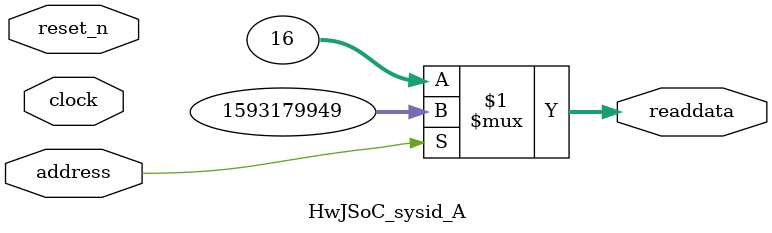
<source format=v>

`timescale 1ns / 1ps
// synthesis translate_on

// turn off superfluous verilog processor warnings 
// altera message_level Level1 
// altera message_off 10034 10035 10036 10037 10230 10240 10030 

module HwJSoC_sysid_A (
               // inputs:
                address,
                clock,
                reset_n,

               // outputs:
                readdata
             )
;

  output  [ 31: 0] readdata;
  input            address;
  input            clock;
  input            reset_n;

  wire    [ 31: 0] readdata;
  //control_slave, which is an e_avalon_slave
  assign readdata = address ? 1593179949 : 16;

endmodule




</source>
